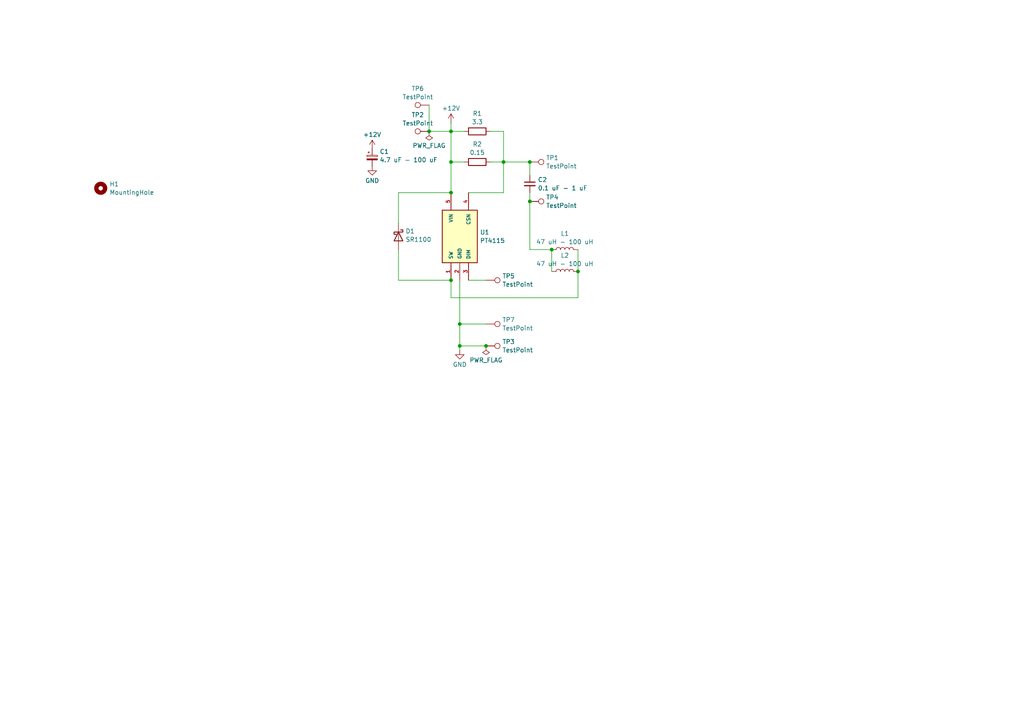
<source format=kicad_sch>
(kicad_sch (version 20250114) (generator "eeschema") (generator_version "9.0")
  (paper "A4")
  (lib_symbols
    (symbol "Connector:TestPoint" (pin_numbers (hide yes)) (pin_names (offset 0.762) (hide yes))
      (property "Reference" "TP" (at 0 6.858 0))
      (property "Value" "TestPoint" (at 0 5.08 0))
      (symbol "TestPoint_0_1"
        (circle (center 0 3.302) (radius 0.762))
      )
      (symbol "TestPoint_1_1"
        (pin passive line (at 0 0 90) (length 2.54) (name "1") (number "1"))
      )
    )
    (symbol "Device:C_Polarized_Small" (pin_numbers (hide yes)) (pin_names (offset 0.254) (hide yes))
      (property "Reference" "C" (at 0.254 1.778 0))
      (property "Value" "C_Polarized_Small" (at 0.254 -2.032 0))
      (symbol "C_Polarized_Small_0_1"
        (rectangle (start -1.524 0.6858) (end 1.524 0.3048))
        (rectangle (start -1.524 -0.3048) (end 1.524 -0.6858) (fill (type outline)))
        (polyline (pts (xy -1.27 1.524) (xy -0.762 1.524)))
        (polyline (pts (xy -1.016 1.27) (xy -1.016 1.778)))
      )
      (symbol "C_Polarized_Small_1_1"
        (pin passive line (at 0 2.54 270) (length 1.8542) (name "~") (number "1"))
        (pin passive line (at 0 -2.54 90) (length 1.8542) (name "~") (number "2"))
      )
    )
    (symbol "Device:C_Small" (pin_numbers (hide yes)) (pin_names (offset 0.254) (hide yes))
      (property "Reference" "C" (at 0.254 1.778 0))
      (property "Value" "C_Small" (at 0.254 -2.032 0))
      (symbol "C_Small_0_1"
        (polyline (pts (xy -1.524 0.508) (xy 1.524 0.508)) (stroke (width 0.3048)))
        (polyline (pts (xy -1.524 -0.508) (xy 1.524 -0.508)) (stroke (width 0.3302)))
      )
      (symbol "C_Small_1_1"
        (pin passive line (at 0 2.54 270) (length 2.032) (name "~") (number "1"))
        (pin passive line (at 0 -2.54 90) (length 2.032) (name "~") (number "2"))
      )
    )
    (symbol "Device:D_Schottky" (pin_numbers (hide yes)) (pin_names (offset 1.016) (hide yes))
      (property "Reference" "D" (at 0 2.54 0))
      (property "Value" "D_Schottky" (at 0 -2.54 0))
      (symbol "D_Schottky_0_1"
        (polyline (pts (xy -1.905 0.635) (xy -1.905 1.27) (xy -1.27 1.27) (xy -1.27 -1.27) (xy -0.635 -1.27) (xy -0.635 -0.635)) (stroke (width 0.254)))
        (polyline (pts (xy 1.27 1.27) (xy 1.27 -1.27) (xy -1.27 0) (xy 1.27 1.27)) (stroke (width 0.254)))
        (polyline (pts (xy 1.27 0) (xy -1.27 0)))
      )
      (symbol "D_Schottky_1_1"
        (pin passive line (at -3.81 0 0) (length 2.54) (name "K") (number "1"))
        (pin passive line (at 3.81 0 180) (length 2.54) (name "A") (number "2"))
      )
    )
    (symbol "Device:L" (pin_numbers (hide yes)) (pin_names (offset 1.016) (hide yes))
      (property "Reference" "L" (at -1.27 0 90))
      (property "Value" "L" (at 1.905 0 90))
      (symbol "L_0_1"
        (arc (start 0 2.54) (mid 0.6323 1.905) (end 0 1.27))
        (arc (start 0 1.27) (mid 0.6323 0.635) (end 0 0))
        (arc (start 0 0) (mid 0.6323 -0.635) (end 0 -1.27))
        (arc (start 0 -1.27) (mid 0.6323 -1.905) (end 0 -2.54))
      )
      (symbol "L_1_1"
        (pin passive line (at 0 3.81 270) (length 1.27) (name "1") (number "1"))
        (pin passive line (at 0 -3.81 90) (length 1.27) (name "2") (number "2"))
      )
    )
    (symbol "Device:R" (pin_numbers (hide yes)) (pin_names (offset 0))
      (property "Reference" "R" (at 2.032 0 90))
      (property "Value" "R" (at 0 0 90))
      (symbol "R_0_1"
        (rectangle (start -1.016 -2.54) (end 1.016 2.54) (stroke (width 0.254)))
      )
      (symbol "R_1_1"
        (pin passive line (at 0 3.81 270) (length 1.27) (name "~") (number "1"))
        (pin passive line (at 0 -3.81 90) (length 1.27) (name "~") (number "2"))
      )
    )
    (symbol "Mechanical:MountingHole" (pin_names (offset 1.016)) (exclude_from_sim yes) (in_bom no)
      (property "Reference" "H" (at 0 5.08 0))
      (property "Value" "MountingHole" (at 0 3.175 0))
      (symbol "MountingHole_0_1"
        (circle (center 0 0) (radius 1.27) (stroke (width 1.27)))
      )
    )
    (symbol "misc:PT4115" (pin_names (offset 1.016))
      (property "Reference" "U" (at 0 0 0))
      (property "Value" "PT4115" (at 0 0 0))
      (symbol "PT4115_0_0"
        (rectangle (start -7.62 -5.08) (end 7.62 5.08) (stroke (width 0.254)) (fill (type background)))
        (pin bidirectional line (at -12.7 2.54 0) (length 5.08) (name "SW") (number "1"))
        (pin bidirectional line (at -12.7 0 0) (length 5.08) (name "GND") (number "2"))
        (pin bidirectional line (at -12.7 -2.54 0) (length 5.08) (name "DIM") (number "3"))
        (pin bidirectional line (at 12.7 2.54 180) (length 5.08) (name "VIN") (number "5"))
        (pin bidirectional line (at 12.7 -2.54 180) (length 5.08) (name "CSN") (number "4"))
      )
    )
    (symbol "power:+12V" (power) (pin_numbers (hide yes)) (pin_names (offset 0) (hide yes))
      (property "Value" "+12V" (at 0 3.556 0))
      (symbol "+12V_0_1"
        (polyline (pts (xy -0.762 1.27) (xy 0 2.54)))
        (polyline (pts (xy 0 2.54) (xy 0.762 1.27)))
        (polyline (pts (xy 0 0) (xy 0 2.54)))
      )
      (symbol "+12V_1_1"
        (pin power_in line (at 0 0 90) (length 0) (name "~") (number "1"))
      )
    )
    (symbol "power:GND" (power) (pin_numbers (hide yes)) (pin_names (offset 0) (hide yes))
      (property "Value" "GND" (at 0 -3.81 0))
      (symbol "GND_0_1"
        (polyline (pts (xy 0 0) (xy 0 -1.27) (xy 1.27 -1.27) (xy 0 -2.54) (xy -1.27 -1.27) (xy 0 -1.27)))
      )
      (symbol "GND_1_1"
        (pin power_in line (at 0 0 270) (length 0) (name "~") (number "1"))
      )
    )
    (symbol "power:PWR_FLAG" (power) (pin_numbers (hide yes)) (pin_names (offset 0) (hide yes))
      (property "Value" "PWR_FLAG" (at 0 3.81 0))
      (symbol "PWR_FLAG_0_0"
        (pin power_out line (at 0 0 90) (length 0) (name "~") (number "1"))
      )
      (symbol "PWR_FLAG_0_1"
        (polyline (pts (xy 0 0) (xy 0 1.27) (xy -1.016 1.905) (xy 0 2.54) (xy 1.016 1.905) (xy 0 1.27)))
      )
    )
  )
  (junction (at 167.64 78.74))
  (junction (at 133.35 93.98))
  (junction (at 130.81 81.28))
  (junction (at 124.46 38.1))
  (junction (at 146.05 46.99))
  (junction (at 130.81 46.99))
  (junction (at 160.02 72.39))
  (junction (at 133.35 100.33))
  (junction (at 130.81 38.1))
  (junction (at 153.67 58.42))
  (junction (at 140.97 100.33))
  (junction (at 153.67 46.99))
  (junction (at 130.81 55.88))
  (wire (pts (xy 115.57 55.88) (xy 130.81 55.88)))
  (wire (pts (xy 146.05 46.99) (xy 142.24 46.99)))
  (wire (pts (xy 153.67 72.39) (xy 160.02 72.39)))
  (wire (pts (xy 133.35 93.98) (xy 133.35 100.33)))
  (wire (pts (xy 130.81 81.28) (xy 115.57 81.28)))
  (wire (pts (xy 146.05 55.88) (xy 135.89 55.88)))
  (wire (pts (xy 133.35 100.33) (xy 140.97 100.33)))
  (wire (pts (xy 146.05 38.1) (xy 146.05 46.99)))
  (wire (pts (xy 130.81 86.36) (xy 167.64 86.36)))
  (wire (pts (xy 133.35 81.28) (xy 133.35 93.98)))
  (wire (pts (xy 153.67 58.42) (xy 153.67 72.39)))
  (wire (pts (xy 153.67 46.99) (xy 153.67 50.8)))
  (wire (pts (xy 133.35 101.6) (xy 133.35 100.33)))
  (wire (pts (xy 115.57 81.28) (xy 115.57 72.39)))
  (wire (pts (xy 134.62 46.99) (xy 130.81 46.99)))
  (wire (pts (xy 130.81 46.99) (xy 130.81 55.88)))
  (wire (pts (xy 167.64 78.74) (xy 167.64 86.36)))
  (wire (pts (xy 133.35 93.98) (xy 140.97 93.98)))
  (wire (pts (xy 130.81 38.1) (xy 130.81 46.99)))
  (wire (pts (xy 160.02 72.39) (xy 160.02 78.74)))
  (wire (pts (xy 167.64 72.39) (xy 167.64 78.74)))
  (wire (pts (xy 130.81 81.28) (xy 130.81 86.36)))
  (wire (pts (xy 146.05 46.99) (xy 153.67 46.99)))
  (wire (pts (xy 135.89 81.28) (xy 140.97 81.28)))
  (wire (pts (xy 130.81 35.56) (xy 130.81 38.1)))
  (wire (pts (xy 124.46 38.1) (xy 130.81 38.1)))
  (wire (pts (xy 153.67 55.88) (xy 153.67 58.42)))
  (wire (pts (xy 115.57 55.88) (xy 115.57 64.77)))
  (wire (pts (xy 146.05 46.99) (xy 146.05 55.88)))
  (wire (pts (xy 142.24 38.1) (xy 146.05 38.1)))
  (wire (pts (xy 130.81 38.1) (xy 134.62 38.1)))
  (wire (pts (xy 124.46 30.48) (xy 124.46 38.1)))
  (symbol (lib_id "Connector:TestPoint") (at 140.97 93.98 270) (unit 1)
    (property "Reference" "TP7" (at 145.669 92.7678 90) (effects (justify left)))
    (property "Value" "TestPoint" (at 145.669 95.1921 90) (effects (justify left)))
    (property "Footprint" "TestPoint:TestPoint_THTPad_D3.0mm_Drill1.5mm" (effects (hide yes)))
    (property "Description" "test point" (effects (hide yes)))
  )
  (symbol (lib_id "Mechanical:MountingHole") (at 29.21 54.61 0) (unit 1) (exclude_from_sim yes) (in_bom no)
    (property "Reference" "H1" (at 31.75 53.3978 0) (effects (justify left)))
    (property "Value" "MountingHole" (at 31.75 55.8221 0) (effects (justify left)))
    (property "Footprint" "MountingHole:MountingHole_2.2mm_M2" (effects (hide yes)))
    (property "Description" "Mounting Hole without connection" (effects (hide yes)))
  )
  (symbol (lib_id "power:PWR_FLAG") (at 140.97 100.33 180) (unit 1)
    (property "Reference" "#FLG02" (effects (hide yes)))
    (property "Value" "PWR_FLAG" (at 140.97 104.4631 0))
    (property "Description" "Special symbol for telling ERC where power comes from" (effects (hide yes)))
  )
  (symbol (lib_id "Connector:TestPoint") (at 124.46 38.1 90) (unit 1)
    (property "Reference" "TP2" (at 121.158 33.3205 90))
    (property "Value" "TestPoint" (at 121.158 35.7448 90))
    (property "Footprint" "TestPoint:TestPoint_THTPad_D1.5mm_Drill0.7mm" (effects (hide yes)))
    (property "Description" "test point" (effects (hide yes)))
  )
  (symbol (lib_id "Device:L") (at 163.83 72.39 90) (unit 1)
    (property "Reference" "L1" (at 163.83 67.7402 90))
    (property "Value" "47 uH - 100 uH" (at 163.83 70.1645 90))
    (property "Footprint" "Inductor_THT:L_Axial_L9.5mm_D4.0mm_P12.70mm_Horizontal_Fastron_SMCC" (effects (hide yes)))
    (property "Description" "Inductor" (effects (hide yes)))
  )
  (symbol (lib_id "Connector:TestPoint") (at 153.67 46.99 270) (unit 1)
    (property "Reference" "TP1" (at 158.369 45.7778 90) (effects (justify left)))
    (property "Value" "TestPoint" (at 158.369 48.2021 90) (effects (justify left)))
    (property "Footprint" "TestPoint:TestPoint_THTPad_D1.5mm_Drill0.7mm" (effects (hide yes)))
    (property "Description" "test point" (effects (hide yes)))
  )
  (symbol (lib_id "power:+12V") (at 130.81 35.56 0) (unit 1)
    (property "Reference" "#PWR03" (effects (hide yes)))
    (property "Value" "+12V" (at 130.81 31.4269 0))
    (property "Description" "Power symbol creates a global label with name \"+12V\"" (effects (hide yes)))
  )
  (symbol (lib_id "power:GND") (at 107.95 48.26 0) (unit 1)
    (property "Reference" "#PWR02" (effects (hide yes)))
    (property "Value" "GND" (at 107.95 52.3931 0))
    (property "Description" "Power symbol creates a global label with name \"GND\" , ground" (effects (hide yes)))
  )
  (symbol (lib_id "power:GND") (at 133.35 101.6 0) (unit 1)
    (property "Reference" "#PWR04" (effects (hide yes)))
    (property "Value" "GND" (at 133.35 105.7331 0))
    (property "Description" "Power symbol creates a global label with name \"GND\" , ground" (effects (hide yes)))
  )
  (symbol (lib_id "Device:L") (at 163.83 78.74 90) (unit 1)
    (property "Reference" "L2" (at 163.83 74.0902 90))
    (property "Value" "47 uH - 100 uH" (at 163.83 76.5145 90))
    (property "Footprint" "Inductor_THT:L_Axial_L9.5mm_D4.0mm_P12.70mm_Horizontal_Fastron_SMCC" (effects (hide yes)))
    (property "Description" "Inductor" (effects (hide yes)))
  )
  (symbol (lib_id "Connector:TestPoint") (at 140.97 100.33 270) (unit 1)
    (property "Reference" "TP3" (at 145.669 99.1178 90) (effects (justify left)))
    (property "Value" "TestPoint" (at 145.669 101.5421 90) (effects (justify left)))
    (property "Footprint" "TestPoint:TestPoint_THTPad_D1.5mm_Drill0.7mm" (effects (hide yes)))
    (property "Description" "test point" (effects (hide yes)))
  )
  (symbol (lib_id "power:+12V") (at 107.95 43.18 0) (unit 1)
    (property "Reference" "#PWR01" (effects (hide yes)))
    (property "Value" "+12V" (at 107.95 39.0469 0))
    (property "Description" "Power symbol creates a global label with name \"+12V\"" (effects (hide yes)))
  )
  (symbol (lib_id "Connector:TestPoint") (at 153.67 58.42 270) (unit 1)
    (property "Reference" "TP4" (at 158.369 57.2078 90) (effects (justify left)))
    (property "Value" "TestPoint" (at 158.369 59.6321 90) (effects (justify left)))
    (property "Footprint" "TestPoint:TestPoint_THTPad_D1.5mm_Drill0.7mm" (effects (hide yes)))
    (property "Description" "test point" (effects (hide yes)))
  )
  (symbol (lib_id "Device:C_Polarized_Small") (at 107.95 45.72 0) (unit 1)
    (property "Reference" "C1" (at 110.109 43.9617 0) (effects (justify left)))
    (property "Value" "4.7 uF - 100 uF" (at 110.109 46.386 0) (effects (justify left)))
    (property "Footprint" "Capacitor_THT:CP_Radial_D6.3mm_P2.50mm" (effects (hide yes)))
    (property "Description" "Polarized capacitor, small symbol" (effects (hide yes)))
  )
  (symbol (lib_id "power:PWR_FLAG") (at 124.46 38.1 180) (unit 1)
    (property "Reference" "#FLG01" (effects (hide yes)))
    (property "Value" "PWR_FLAG" (at 124.46 42.2331 0))
    (property "Description" "Special symbol for telling ERC where power comes from" (effects (hide yes)))
  )
  (symbol (lib_id "misc:PT4115") (at 133.35 68.58 90) (unit 1)
    (property "Reference" "U1" (at 139.192 67.3678 90) (effects (justify right)))
    (property "Value" "PT4115" (at 139.192 69.7921 90) (effects (justify right)))
    (property "Footprint" "Package_TO_SOT_SMD:SOT-89-5" (effects (hide yes)))
    (property "MF" "Pulse" (effects (hide yes)))
    (property "Description_1" "\n                        \n                            \n                        \n" (effects (hide yes)))
    (property "Package" "None" (effects (hide yes)))
    (property "Price" "None" (effects (hide yes)))
    (property "SnapEDA_Link" "https://www.snapeda.com/parts/PT4115/Pulse/view-part/?ref=snap" (effects (hide yes)))
    (property "MP" "PT4115" (effects (hide yes)))
    (property "Availability" "Not in stock" (effects (hide yes)))
    (property "Check_prices" "https://www.snapeda.com/parts/PT4115/Pulse/view-part/?ref=eda" (effects (hide yes)))
  )
  (symbol (lib_id "Device:R") (at 138.43 46.99 90) (unit 1)
    (property "Reference" "R2" (at 138.43 41.8295 90))
    (property "Value" "0.15" (at 138.43 44.2538 90))
    (property "Footprint" "Resistor_THT:R_Axial_DIN0207_L6.3mm_D2.5mm_P7.62mm_Horizontal" (effects (hide yes)))
    (property "Description" "Resistor" (effects (hide yes)))
  )
  (symbol (lib_id "Device:R") (at 138.43 38.1 90) (unit 1)
    (property "Reference" "R1" (at 138.43 32.9395 90))
    (property "Value" "3.3" (at 138.43 35.3638 90))
    (property "Footprint" "Resistor_THT:R_Axial_DIN0207_L6.3mm_D2.5mm_P7.62mm_Horizontal" (effects (hide yes)))
    (property "Description" "Resistor" (effects (hide yes)))
  )
  (symbol (lib_id "Connector:TestPoint") (at 140.97 81.28 270) (unit 1)
    (property "Reference" "TP5" (at 145.669 80.0678 90) (effects (justify left)))
    (property "Value" "TestPoint" (at 145.669 82.4921 90) (effects (justify left)))
    (property "Footprint" "TestPoint:TestPoint_THTPad_D1.5mm_Drill0.7mm" (effects (hide yes)))
    (property "Description" "test point" (effects (hide yes)))
  )
  (symbol (lib_id "Device:C_Small") (at 153.67 53.34 0) (unit 1)
    (property "Reference" "C2" (at 155.9941 52.1341 0) (effects (justify left)))
    (property "Value" "0.1 uF - 1 uF" (at 155.9941 54.5584 0) (effects (justify left)))
    (property "Footprint" "Capacitor_THT:C_Disc_D6.0mm_W2.5mm_P5.00mm" (effects (hide yes)))
    (property "Description" "Unpolarized capacitor, small symbol" (effects (hide yes)))
  )
  (symbol (lib_id "Device:D_Schottky") (at 115.57 68.58 270) (unit 1)
    (property "Reference" "D1" (at 117.602 67.0503 90) (effects (justify left)))
    (property "Value" "SR1100" (at 117.602 69.4746 90) (effects (justify left)))
    (property "Footprint" "Diode_THT:D_DO-35_SOD27_P7.62mm_Horizontal" (effects (hide yes)))
    (property "Description" "Schottky diode" (effects (hide yes)))
  )
  (symbol (lib_id "Connector:TestPoint") (at 124.46 30.48 90) (unit 1)
    (property "Reference" "TP6" (at 121.158 25.7005 90))
    (property "Value" "TestPoint" (at 121.158 28.1248 90))
    (property "Footprint" "TestPoint:TestPoint_THTPad_D3.0mm_Drill1.5mm" (effects (hide yes)))
    (property "Description" "test point" (effects (hide yes)))
  )
)
</source>
